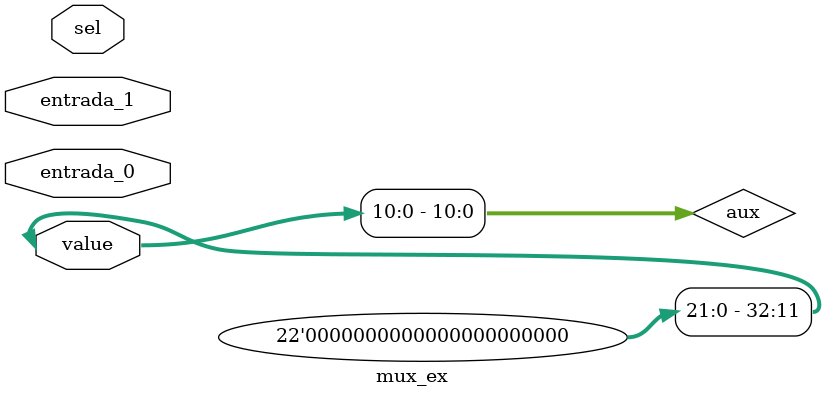
<source format=v>
`timescale 1ns / 1ps
module mux_ex(
    input [32:0] entrada_0,
    input [32:0] entrada_1,
    input sel,
    input [32:0] value
    );
	 
 	 reg [10:0] aux;
	 
	 always @(*)
	 begin
		case (sel)
		0:
			aux = entrada_0;
		1:
			aux = entrada_1;		
		endcase
	 end

assign value = aux;


endmodule

</source>
